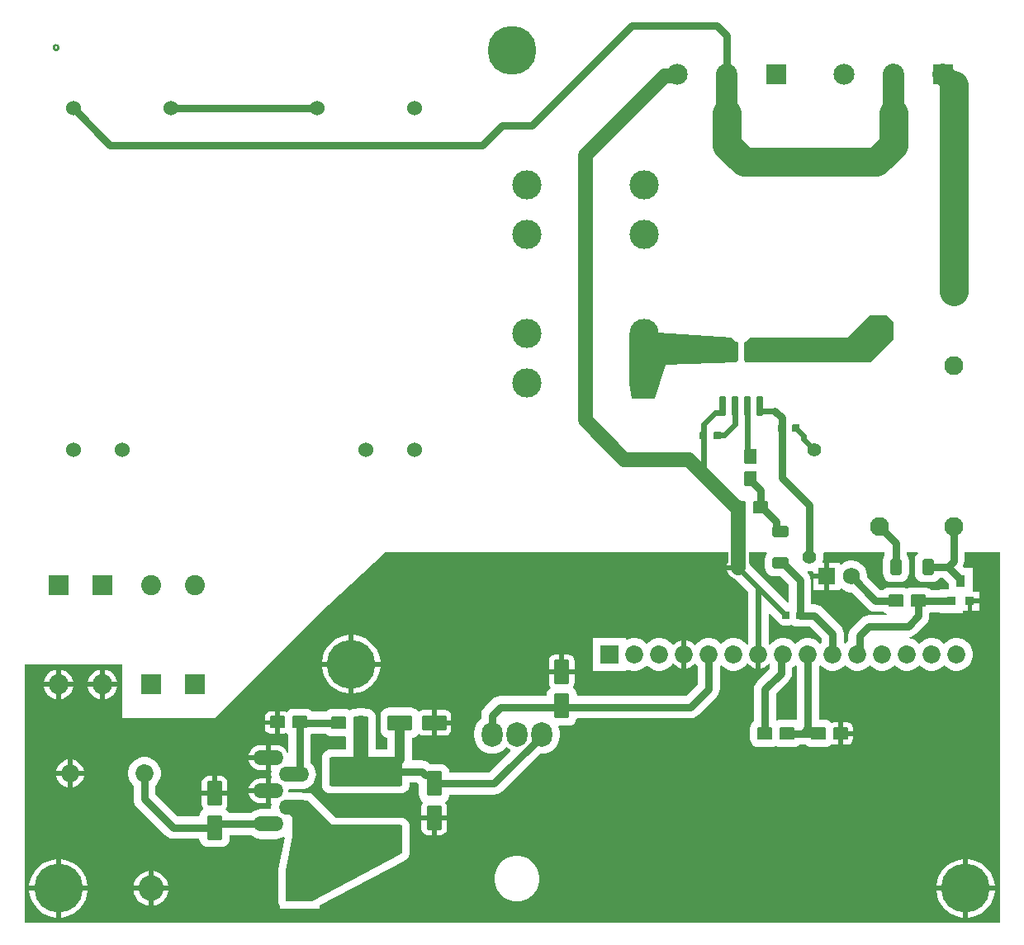
<source format=gbr>
%TF.GenerationSoftware,Altium Limited,Altium Designer,24.0.1 (36)*%
G04 Layer_Physical_Order=1*
G04 Layer_Color=255*
%FSLAX45Y45*%
%MOMM*%
%TF.SameCoordinates,95B5C6B2-F670-4A0E-B731-85317CB4A22F*%
%TF.FilePolarity,Positive*%
%TF.FileFunction,Copper,L1,Top,Signal*%
%TF.Part,Single*%
G01*
G75*
%TA.AperFunction,SMDPad,CuDef*%
G04:AMPARAMS|DCode=10|XSize=1.14mm|YSize=1.63mm|CornerRadius=0.1425mm|HoleSize=0mm|Usage=FLASHONLY|Rotation=0.000|XOffset=0mm|YOffset=0mm|HoleType=Round|Shape=RoundedRectangle|*
%AMROUNDEDRECTD10*
21,1,1.14000,1.34500,0,0,0.0*
21,1,0.85500,1.63000,0,0,0.0*
1,1,0.28500,0.42750,-0.67250*
1,1,0.28500,-0.42750,-0.67250*
1,1,0.28500,-0.42750,0.67250*
1,1,0.28500,0.42750,0.67250*
%
%ADD10ROUNDEDRECTD10*%
G04:AMPARAMS|DCode=11|XSize=1.524mm|YSize=1.27mm|CornerRadius=0.09525mm|HoleSize=0mm|Usage=FLASHONLY|Rotation=180.000|XOffset=0mm|YOffset=0mm|HoleType=Round|Shape=RoundedRectangle|*
%AMROUNDEDRECTD11*
21,1,1.52400,1.07950,0,0,180.0*
21,1,1.33350,1.27000,0,0,180.0*
1,1,0.19050,-0.66675,0.53975*
1,1,0.19050,0.66675,0.53975*
1,1,0.19050,0.66675,-0.53975*
1,1,0.19050,-0.66675,-0.53975*
%
%ADD11ROUNDEDRECTD11*%
G04:AMPARAMS|DCode=12|XSize=0.762mm|YSize=0.762mm|CornerRadius=0.0381mm|HoleSize=0mm|Usage=FLASHONLY|Rotation=180.000|XOffset=0mm|YOffset=0mm|HoleType=Round|Shape=RoundedRectangle|*
%AMROUNDEDRECTD12*
21,1,0.76200,0.68580,0,0,180.0*
21,1,0.68580,0.76200,0,0,180.0*
1,1,0.07620,-0.34290,0.34290*
1,1,0.07620,0.34290,0.34290*
1,1,0.07620,0.34290,-0.34290*
1,1,0.07620,-0.34290,-0.34290*
%
%ADD12ROUNDEDRECTD12*%
G04:AMPARAMS|DCode=13|XSize=1.524mm|YSize=1.27mm|CornerRadius=0.09525mm|HoleSize=0mm|Usage=FLASHONLY|Rotation=90.000|XOffset=0mm|YOffset=0mm|HoleType=Round|Shape=RoundedRectangle|*
%AMROUNDEDRECTD13*
21,1,1.52400,1.07950,0,0,90.0*
21,1,1.33350,1.27000,0,0,90.0*
1,1,0.19050,0.53975,0.66675*
1,1,0.19050,0.53975,-0.66675*
1,1,0.19050,-0.53975,-0.66675*
1,1,0.19050,-0.53975,0.66675*
%
%ADD13ROUNDEDRECTD13*%
%ADD14R,0.91440X1.27000*%
%ADD15R,0.91440X0.91440*%
G04:AMPARAMS|DCode=16|XSize=7.5mm|YSize=3mm|CornerRadius=0.225mm|HoleSize=0mm|Usage=FLASHONLY|Rotation=180.000|XOffset=0mm|YOffset=0mm|HoleType=Round|Shape=RoundedRectangle|*
%AMROUNDEDRECTD16*
21,1,7.50000,2.55000,0,0,180.0*
21,1,7.05000,3.00000,0,0,180.0*
1,1,0.45000,-3.52500,1.27500*
1,1,0.45000,3.52500,1.27500*
1,1,0.45000,3.52500,-1.27500*
1,1,0.45000,-3.52500,-1.27500*
%
%ADD16ROUNDEDRECTD16*%
G04:AMPARAMS|DCode=17|XSize=1.14mm|YSize=1.63mm|CornerRadius=0.1425mm|HoleSize=0mm|Usage=FLASHONLY|Rotation=90.000|XOffset=0mm|YOffset=0mm|HoleType=Round|Shape=RoundedRectangle|*
%AMROUNDEDRECTD17*
21,1,1.14000,1.34500,0,0,90.0*
21,1,0.85500,1.63000,0,0,90.0*
1,1,0.28500,0.67250,0.42750*
1,1,0.28500,0.67250,-0.42750*
1,1,0.28500,-0.67250,-0.42750*
1,1,0.28500,-0.67250,0.42750*
%
%ADD17ROUNDEDRECTD17*%
G04:AMPARAMS|DCode=18|XSize=2.5mm|YSize=1.6mm|CornerRadius=0.12mm|HoleSize=0mm|Usage=FLASHONLY|Rotation=90.000|XOffset=0mm|YOffset=0mm|HoleType=Round|Shape=RoundedRectangle|*
%AMROUNDEDRECTD18*
21,1,2.50000,1.36000,0,0,90.0*
21,1,2.26000,1.60000,0,0,90.0*
1,1,0.24000,0.68000,1.13000*
1,1,0.24000,0.68000,-1.13000*
1,1,0.24000,-0.68000,-1.13000*
1,1,0.24000,-0.68000,1.13000*
%
%ADD18ROUNDEDRECTD18*%
G04:AMPARAMS|DCode=19|XSize=2.032mm|YSize=0.6096mm|CornerRadius=0.04572mm|HoleSize=0mm|Usage=FLASHONLY|Rotation=270.000|XOffset=0mm|YOffset=0mm|HoleType=Round|Shape=RoundedRectangle|*
%AMROUNDEDRECTD19*
21,1,2.03200,0.51816,0,0,270.0*
21,1,1.94056,0.60960,0,0,270.0*
1,1,0.09144,-0.25908,-0.97028*
1,1,0.09144,-0.25908,0.97028*
1,1,0.09144,0.25908,0.97028*
1,1,0.09144,0.25908,-0.97028*
%
%ADD19ROUNDEDRECTD19*%
G04:AMPARAMS|DCode=20|XSize=2.5mm|YSize=1.6mm|CornerRadius=0.12mm|HoleSize=0mm|Usage=FLASHONLY|Rotation=0.000|XOffset=0mm|YOffset=0mm|HoleType=Round|Shape=RoundedRectangle|*
%AMROUNDEDRECTD20*
21,1,2.50000,1.36000,0,0,0.0*
21,1,2.26000,1.60000,0,0,0.0*
1,1,0.24000,1.13000,-0.68000*
1,1,0.24000,-1.13000,-0.68000*
1,1,0.24000,-1.13000,0.68000*
1,1,0.24000,1.13000,0.68000*
%
%ADD20ROUNDEDRECTD20*%
%TA.AperFunction,Conductor*%
%ADD21C,0.60000*%
%ADD22C,1.50000*%
%ADD23C,0.75000*%
%ADD24C,3.00000*%
%ADD25C,2.20000*%
%ADD26C,1.00000*%
%TA.AperFunction,NonConductor*%
%ADD27C,0.25400*%
%TA.AperFunction,ComponentPad*%
%ADD28C,1.85000*%
%ADD29R,1.85000X1.85000*%
%ADD30C,5.00000*%
%ADD31C,2.15000*%
%ADD32R,2.15000X2.15000*%
%ADD33C,3.00000*%
%ADD34C,1.52400*%
%ADD35C,1.95000*%
%ADD36O,2.15000X2.50000*%
%ADD37R,1.75001X1.75001*%
%ADD38C,1.75001*%
%ADD39R,2.05000X2.05000*%
%ADD40C,2.05000*%
%ADD41C,1.85001*%
%ADD42O,3.10000X1.55000*%
%ADD43C,2.60000*%
%ADD44R,2.60000X2.60000*%
%TA.AperFunction,ViaPad*%
%ADD45C,1.40000*%
G36*
X8910000Y6160000D02*
Y5980000D01*
X8680000Y5750000D01*
X7390000D01*
Y5950000D01*
X7390000D01*
X7440000Y6000000D01*
X8440000D01*
X8670000Y6230000D01*
X8840000D01*
X8910000Y6160000D01*
D02*
G37*
G36*
X7250000Y6000000D02*
X7300000Y5950000D01*
Y5750000D01*
X6575000Y5725000D01*
X6465384Y5375000D01*
X6225000D01*
X6200000Y5525000D01*
Y6050000D01*
X6500000D01*
X7250000Y6000000D01*
D02*
G37*
G36*
X9164931Y3787300D02*
X9156596Y3780904D01*
X9142290Y3762260D01*
X9133297Y3740549D01*
X9130230Y3717250D01*
Y3582750D01*
X9133297Y3559451D01*
X9142290Y3537740D01*
X9156596Y3519096D01*
X9175240Y3504790D01*
X9196951Y3495797D01*
X9220250Y3492730D01*
X9305750D01*
X9329049Y3495797D01*
X9350760Y3504790D01*
X9369404Y3519096D01*
X9382780Y3536529D01*
X9420779D01*
X9479280Y3478028D01*
Y3417520D01*
X9382760D01*
Y3411871D01*
X9293091D01*
X9291259Y3414259D01*
X9273602Y3427808D01*
X9253040Y3436325D01*
X9230975Y3439230D01*
X9097625D01*
X9075559Y3436325D01*
X9054998Y3427808D01*
X9050000Y3423973D01*
X9045002Y3427808D01*
X9024440Y3436325D01*
X9002375Y3439230D01*
X8869025D01*
X8846959Y3436325D01*
X8826398Y3427808D01*
X8808741Y3414259D01*
X8808136Y3413471D01*
X8774001D01*
X8639501Y3547972D01*
Y3566005D01*
X8633256Y3597400D01*
X8621006Y3626973D01*
X8603223Y3653588D01*
X8580588Y3676223D01*
X8553973Y3694006D01*
X8524400Y3706256D01*
X8493005Y3712501D01*
X8460995D01*
X8429600Y3706256D01*
X8400027Y3694006D01*
X8373412Y3676223D01*
X8372234Y3675044D01*
X8360500Y3679905D01*
Y3687500D01*
X8248000D01*
Y3550000D01*
Y3412500D01*
X8360500D01*
Y3420096D01*
X8372234Y3424956D01*
X8373412Y3423778D01*
X8400027Y3405994D01*
X8429600Y3393744D01*
X8460995Y3387499D01*
X8479029D01*
X8646764Y3219764D01*
X8670265Y3201731D01*
X8697632Y3190395D01*
X8727000Y3186529D01*
X8808136D01*
X8808741Y3185741D01*
X8826398Y3172192D01*
X8840934Y3166171D01*
X8838408Y3153471D01*
X8660000D01*
X8630631Y3149605D01*
X8603264Y3138269D01*
X8579764Y3120236D01*
X8480811Y3021284D01*
X8462779Y2997783D01*
X8451443Y2970416D01*
X8447576Y2941047D01*
Y2889695D01*
X8433225Y2880106D01*
X8413000Y2859881D01*
X8399471Y2873410D01*
Y2964000D01*
X8395604Y2993368D01*
X8384269Y3020735D01*
X8366236Y3044236D01*
X8180236Y3230236D01*
X8156735Y3248269D01*
X8129368Y3259605D01*
X8100000Y3263471D01*
X8063471D01*
Y3510500D01*
X8059605Y3539868D01*
X8048269Y3567235D01*
X8030236Y3590736D01*
X8027089Y3593883D01*
X8033932Y3605000D01*
X8069090D01*
X8075424Y3606697D01*
X8085500Y3598966D01*
Y3575000D01*
X8198000D01*
Y3687500D01*
X8194896D01*
X8186771Y3700201D01*
X8195000Y3730910D01*
Y3769090D01*
X8189417Y3789924D01*
X8197148Y3800000D01*
X8821529D01*
Y3771694D01*
X8814290Y3762260D01*
X8805297Y3740549D01*
X8802230Y3717250D01*
Y3582750D01*
X8805297Y3559451D01*
X8814290Y3537740D01*
X8828596Y3519096D01*
X8847240Y3504790D01*
X8868951Y3495797D01*
X8892250Y3492730D01*
X8977750D01*
X9001049Y3495797D01*
X9022760Y3504790D01*
X9041404Y3519096D01*
X9055710Y3537740D01*
X9064703Y3559451D01*
X9067770Y3582750D01*
Y3717250D01*
X9064703Y3740549D01*
X9055710Y3762260D01*
X9048471Y3771694D01*
Y3800000D01*
X9160620D01*
X9164931Y3787300D01*
D02*
G37*
G36*
X7615180D02*
X7604790Y3773760D01*
X7595797Y3752049D01*
X7592730Y3728750D01*
Y3643250D01*
X7595797Y3619951D01*
X7604790Y3598240D01*
X7619096Y3579596D01*
X7637740Y3565290D01*
X7659451Y3556297D01*
X7682750Y3553230D01*
X7746798D01*
X7836529Y3463499D01*
Y3290138D01*
X7824796Y3285278D01*
X7598888Y3511186D01*
X7598887Y3511187D01*
X7436284Y3673790D01*
X7433222Y3685218D01*
X7427306Y3695465D01*
Y3800000D01*
X7608916D01*
X7615180Y3787300D01*
D02*
G37*
G36*
X10000000Y0D02*
X0D01*
Y2650000D01*
X1000000D01*
Y2100000D01*
X1950000D01*
X3000000Y3150000D01*
X3700000Y3800000D01*
X7215494D01*
Y3695465D01*
X7209578Y3685218D01*
X7203866Y3663900D01*
X7321400D01*
Y3613900D01*
X7203866D01*
X7209578Y3592582D01*
X7225376Y3565219D01*
X7247718Y3542877D01*
X7275082Y3527078D01*
X7286510Y3524016D01*
X7418094Y3392432D01*
Y2852714D01*
X7405394Y2848861D01*
X7400106Y2856775D01*
X7376775Y2880106D01*
X7349341Y2898437D01*
X7318858Y2911063D01*
X7286497Y2917500D01*
X7253503D01*
X7221142Y2911063D01*
X7190659Y2898437D01*
X7163225Y2880106D01*
X7143000Y2859881D01*
X7122775Y2880106D01*
X7095341Y2898437D01*
X7064858Y2911063D01*
X7032497Y2917500D01*
X6999503D01*
X6967142Y2911063D01*
X6936659Y2898437D01*
X6909225Y2880106D01*
X6885894Y2856775D01*
X6879782Y2847627D01*
X6867143Y2846382D01*
X6849497Y2864028D01*
X6817003Y2882789D01*
X6787000Y2890828D01*
Y2750000D01*
Y2609172D01*
X6817003Y2617211D01*
X6849497Y2635972D01*
X6867143Y2653618D01*
X6879782Y2652373D01*
X6885894Y2643225D01*
X6902529Y2626590D01*
Y2443001D01*
X6782999Y2323471D01*
X5665751D01*
Y2335286D01*
X5662761Y2357997D01*
X5653994Y2379161D01*
X5640049Y2397335D01*
X5630288Y2404825D01*
X5623266Y2413857D01*
X5627692Y2422057D01*
X5636402Y2435094D01*
X5641214Y2459285D01*
Y2547286D01*
X5510000D01*
X5378786D01*
Y2459285D01*
X5383598Y2435094D01*
X5392308Y2422057D01*
X5396734Y2413857D01*
X5389711Y2404825D01*
X5379951Y2397335D01*
X5366006Y2379161D01*
X5357239Y2357997D01*
X5354249Y2335286D01*
Y2323471D01*
X4880000D01*
X4850631Y2319604D01*
X4823264Y2308269D01*
X4799764Y2290236D01*
X4715764Y2206236D01*
X4697731Y2182736D01*
X4686396Y2155369D01*
X4682529Y2126000D01*
Y2092167D01*
X4666328Y2078872D01*
X4643523Y2051083D01*
X4626576Y2019378D01*
X4616141Y1984977D01*
X4612617Y1949200D01*
Y1914200D01*
X4616141Y1878424D01*
X4626576Y1844022D01*
X4643523Y1812318D01*
X4666328Y1784529D01*
X4694118Y1761723D01*
X4725822Y1744776D01*
X4760224Y1734341D01*
X4796000Y1730817D01*
X4831776Y1734341D01*
X4866178Y1744776D01*
X4897882Y1761723D01*
X4925672Y1784529D01*
X4939381Y1801234D01*
X4962074Y1782610D01*
X4982887Y1771486D01*
X4985904Y1756543D01*
X4767832Y1538471D01*
X4355689D01*
X4352761Y1560712D01*
X4343994Y1581875D01*
X4330049Y1600049D01*
X4311875Y1613994D01*
X4290712Y1622761D01*
X4268000Y1625751D01*
X4159721D01*
X4155236Y1630236D01*
X4131735Y1648269D01*
X4104368Y1659605D01*
X4075000Y1663471D01*
X3984192D01*
X3975818Y1673019D01*
X3976079Y1675000D01*
Y1895971D01*
X3985712Y1897239D01*
X4006875Y1906006D01*
X4025049Y1919951D01*
X4032539Y1929711D01*
X4041571Y1936734D01*
X4049772Y1932308D01*
X4062808Y1923598D01*
X4087000Y1918786D01*
X4175000D01*
Y2050000D01*
Y2181214D01*
X4087000D01*
X4062808Y2176402D01*
X4049772Y2167692D01*
X4041571Y2163266D01*
X4032539Y2170289D01*
X4025049Y2180049D01*
X4006875Y2193994D01*
X3985712Y2202761D01*
X3963000Y2205751D01*
X3737000D01*
X3714288Y2202761D01*
X3693124Y2193994D01*
X3674951Y2180049D01*
X3661005Y2161875D01*
X3652239Y2140711D01*
X3649249Y2118000D01*
Y1982000D01*
X3652239Y1959288D01*
X3661005Y1938125D01*
X3674951Y1919951D01*
X3693124Y1906006D01*
X3714288Y1897239D01*
X3723921Y1895971D01*
Y1775841D01*
X3600726D01*
Y1986880D01*
X3601930Y1996025D01*
Y2103975D01*
X3599025Y2126040D01*
X3590508Y2146602D01*
X3576959Y2164259D01*
X3559302Y2177808D01*
X3538740Y2186325D01*
X3516675Y2189230D01*
X3507723D01*
X3507680Y2189252D01*
X3479405Y2197829D01*
X3450000Y2200726D01*
X3420595Y2197829D01*
X3392320Y2189252D01*
X3392277Y2189230D01*
X3383325D01*
X3361259Y2186325D01*
X3340698Y2177808D01*
X3335700Y2173973D01*
X3330702Y2177808D01*
X3310140Y2186325D01*
X3288075Y2189230D01*
X3154725D01*
X3132659Y2186325D01*
X3112098Y2177808D01*
X3094441Y2164259D01*
X3094245Y2164004D01*
X2947607D01*
X2946594Y2165324D01*
X2928937Y2178873D01*
X2908375Y2187390D01*
X2886309Y2190295D01*
X2752959D01*
X2730894Y2187390D01*
X2710332Y2178873D01*
X2692675Y2165324D01*
X2686559Y2157354D01*
X2680935Y2161112D01*
X2657709Y2165731D01*
X2616035D01*
Y2051065D01*
Y1936399D01*
X2657709D01*
X2680935Y1941019D01*
X2686559Y1944777D01*
X2692675Y1936806D01*
X2706163Y1926456D01*
Y1745739D01*
X2693463Y1743213D01*
X2688871Y1754300D01*
X2668434Y1780934D01*
X2641800Y1801371D01*
X2610784Y1814218D01*
X2577500Y1818600D01*
X2525000D01*
Y1690000D01*
Y1561400D01*
X2525037D01*
X2531291Y1552968D01*
X2532089Y1548700D01*
X2529262Y1520000D01*
X2532089Y1491300D01*
X2531290Y1487032D01*
X2525037Y1478600D01*
X2525000D01*
Y1350000D01*
Y1221400D01*
X2525037D01*
X2531290Y1212968D01*
X2532089Y1208700D01*
X2529262Y1180000D01*
X2529986Y1172648D01*
X2521457Y1163238D01*
X2422500D01*
X2392605Y1160294D01*
X2363858Y1151574D01*
X2337366Y1137413D01*
X2320377Y1123471D01*
X2097476D01*
X2093994Y1131876D01*
X2080049Y1150049D01*
X2070288Y1157539D01*
X2063266Y1166571D01*
X2067692Y1174772D01*
X2076402Y1187809D01*
X2081214Y1212000D01*
Y1300000D01*
X1950000D01*
X1818786D01*
Y1212000D01*
X1823598Y1187809D01*
X1832308Y1174772D01*
X1836734Y1166571D01*
X1829711Y1157539D01*
X1819951Y1150049D01*
X1806006Y1131876D01*
X1797239Y1110712D01*
X1794311Y1088471D01*
X1572001D01*
X1344471Y1316001D01*
Y1405804D01*
X1361106Y1422439D01*
X1379437Y1449873D01*
X1392064Y1480356D01*
X1398501Y1512717D01*
Y1545712D01*
X1392064Y1578073D01*
X1379437Y1608556D01*
X1361106Y1635990D01*
X1337776Y1659321D01*
X1310341Y1677652D01*
X1279858Y1690278D01*
X1247497Y1696715D01*
X1214503D01*
X1182142Y1690278D01*
X1151659Y1677652D01*
X1124225Y1659321D01*
X1100894Y1635990D01*
X1082563Y1608556D01*
X1069936Y1578073D01*
X1063500Y1545712D01*
Y1512717D01*
X1069936Y1480356D01*
X1082563Y1449873D01*
X1100894Y1422439D01*
X1117529Y1405804D01*
Y1269000D01*
X1121396Y1239632D01*
X1132731Y1212265D01*
X1150764Y1188764D01*
X1444764Y894764D01*
X1468265Y876731D01*
X1495632Y865396D01*
X1525000Y861529D01*
X1794311D01*
X1797239Y839288D01*
X1806006Y818125D01*
X1819951Y799951D01*
X1838125Y786006D01*
X1859288Y777239D01*
X1882000Y774249D01*
X2018000D01*
X2040711Y777239D01*
X2061875Y786006D01*
X2080049Y799951D01*
X2093994Y818125D01*
X2102761Y839288D01*
X2105751Y862000D01*
Y896529D01*
X2320377D01*
X2337366Y882587D01*
X2363858Y868427D01*
X2392605Y859706D01*
X2422500Y856762D01*
X2577500D01*
X2607395Y859706D01*
X2636142Y868427D01*
X2656109Y879099D01*
X2667458Y870765D01*
X2605670Y544057D01*
X2605274Y537002D01*
X2604353Y530000D01*
Y220000D01*
X2606930Y200421D01*
X2614488Y182176D01*
X2616714Y179274D01*
Y145000D01*
X2675084D01*
X2680000Y144353D01*
X2950000D01*
X2954916Y145000D01*
X3026715D01*
Y174939D01*
X3895293Y633090D01*
X3896480Y633931D01*
X3897824Y634488D01*
X3901371Y637210D01*
X3901671Y637334D01*
X3906311Y640894D01*
X3911408Y644505D01*
X3912095Y645333D01*
X3922038Y652962D01*
X3937666Y673330D01*
X3947490Y697048D01*
X3950841Y722500D01*
Y977500D01*
X3947490Y1002953D01*
X3937666Y1026671D01*
X3922038Y1047038D01*
X3901671Y1062666D01*
X3901371Y1062790D01*
X3897824Y1065512D01*
X3879579Y1073070D01*
X3860000Y1075647D01*
X3853974D01*
X3852500Y1075841D01*
X3191140D01*
X2963491Y1303491D01*
X2947824Y1315513D01*
X2929579Y1323070D01*
X2910000Y1325647D01*
X2882713D01*
X2867395Y1330294D01*
X2837500Y1333238D01*
X2713524D01*
X2705150Y1342787D01*
X2706100Y1350000D01*
X2705150Y1357213D01*
X2713524Y1366762D01*
X2837500D01*
X2867395Y1369706D01*
X2896142Y1378427D01*
X2922634Y1392587D01*
X2945856Y1411644D01*
X2964913Y1434866D01*
X2979074Y1461358D01*
X2987794Y1490105D01*
X2990738Y1520000D01*
X2987794Y1549895D01*
X2979074Y1578642D01*
X2964913Y1605134D01*
X2945856Y1628356D01*
X2933105Y1638819D01*
Y1926456D01*
X2946594Y1936806D01*
X2946790Y1937062D01*
X3093427D01*
X3094441Y1935741D01*
X3112098Y1922192D01*
X3132659Y1913675D01*
X3154725Y1910770D01*
X3288075D01*
X3289726Y1910988D01*
X3299274Y1902614D01*
Y1775841D01*
X3147500D01*
X3122048Y1772490D01*
X3098330Y1762666D01*
X3077962Y1747038D01*
X3062334Y1726671D01*
X3052510Y1702952D01*
X3049159Y1677500D01*
Y1422500D01*
X3052510Y1397047D01*
X3062334Y1373329D01*
X3077962Y1352962D01*
X3098330Y1337334D01*
X3122048Y1327510D01*
X3147500Y1324159D01*
X3852500D01*
X3877953Y1327510D01*
X3901671Y1337334D01*
X3922038Y1352962D01*
X3937666Y1373329D01*
X3947490Y1397047D01*
X3950841Y1422500D01*
Y1436529D01*
X4027999D01*
X4032264Y1432264D01*
X4044249Y1423067D01*
Y1312000D01*
X4047239Y1289288D01*
X4056006Y1268124D01*
X4069951Y1249951D01*
X4079711Y1242461D01*
X4086734Y1233429D01*
X4082308Y1225228D01*
X4073598Y1212191D01*
X4068786Y1188000D01*
Y1100000D01*
X4200000D01*
X4331214D01*
Y1188000D01*
X4326402Y1212191D01*
X4317692Y1225228D01*
X4313266Y1233429D01*
X4320289Y1242461D01*
X4330049Y1249951D01*
X4343994Y1268124D01*
X4352761Y1289288D01*
X4355689Y1311529D01*
X4814834D01*
X4844202Y1315395D01*
X4871569Y1326731D01*
X4895070Y1344764D01*
X5283143Y1732837D01*
X5304000Y1730783D01*
X5339776Y1734307D01*
X5374178Y1744742D01*
X5405882Y1761689D01*
X5433672Y1784495D01*
X5456478Y1812284D01*
X5473424Y1843988D01*
X5483859Y1878390D01*
X5487383Y1914166D01*
Y1949166D01*
X5483859Y1984943D01*
X5476612Y2008834D01*
X5486031Y2021535D01*
X5578000D01*
X5600711Y2024525D01*
X5621875Y2033291D01*
X5640049Y2047236D01*
X5653994Y2065410D01*
X5662761Y2086574D01*
X5664071Y2096529D01*
X6830000D01*
X6859368Y2100395D01*
X6886735Y2111731D01*
X6910236Y2129764D01*
X7096236Y2315764D01*
X7114269Y2339265D01*
X7125604Y2366632D01*
X7129471Y2396000D01*
Y2626590D01*
X7143000Y2640119D01*
X7163225Y2619894D01*
X7190659Y2601564D01*
X7221142Y2588937D01*
X7253503Y2582500D01*
X7286497D01*
X7318858Y2588937D01*
X7349341Y2601564D01*
X7376775Y2619894D01*
X7400106Y2643225D01*
X7406218Y2652373D01*
X7418857Y2653618D01*
X7436503Y2635972D01*
X7468997Y2617211D01*
X7499000Y2609172D01*
Y2750000D01*
X7549000D01*
Y2609172D01*
X7579003Y2617211D01*
X7611497Y2635972D01*
X7629143Y2653618D01*
X7641782Y2652373D01*
X7643482Y2649829D01*
Y2603954D01*
X7511164Y2471636D01*
X7493131Y2448136D01*
X7481796Y2420769D01*
X7477929Y2391400D01*
Y2064609D01*
X7464441Y2054259D01*
X7450892Y2036602D01*
X7442376Y2016040D01*
X7439471Y1993975D01*
Y1886025D01*
X7442376Y1863959D01*
X7450892Y1843398D01*
X7464441Y1825741D01*
X7482098Y1812192D01*
X7502660Y1803675D01*
X7524725Y1800770D01*
X7658075D01*
X7680141Y1803675D01*
X7700702Y1812192D01*
X7705700Y1816027D01*
X7710698Y1812192D01*
X7731260Y1803675D01*
X7753325Y1800770D01*
X7886675D01*
X7908741Y1803675D01*
X7929302Y1812192D01*
X7946959Y1825741D01*
X7947564Y1826529D01*
X8012436D01*
X8013041Y1825741D01*
X8030698Y1812192D01*
X8051259Y1803675D01*
X8073325Y1800770D01*
X8206675D01*
X8228740Y1803675D01*
X8249302Y1812192D01*
X8266959Y1825741D01*
X8273075Y1833712D01*
X8278699Y1829954D01*
X8301925Y1825334D01*
X8343600D01*
Y1940000D01*
Y2054666D01*
X8301925D01*
X8278699Y2050046D01*
X8273075Y2046288D01*
X8266959Y2054259D01*
X8249302Y2067808D01*
X8228740Y2076325D01*
X8206675Y2079230D01*
X8145471D01*
Y2626590D01*
X8159000Y2640119D01*
X8179225Y2619894D01*
X8206659Y2601564D01*
X8237142Y2588937D01*
X8269503Y2582500D01*
X8302497D01*
X8334858Y2588937D01*
X8365341Y2601564D01*
X8392775Y2619894D01*
X8413000Y2640119D01*
X8433225Y2619894D01*
X8460659Y2601564D01*
X8491142Y2588937D01*
X8523503Y2582500D01*
X8556497D01*
X8588858Y2588937D01*
X8619341Y2601564D01*
X8646775Y2619894D01*
X8667000Y2640119D01*
X8687225Y2619894D01*
X8714659Y2601564D01*
X8745142Y2588937D01*
X8777503Y2582500D01*
X8810497D01*
X8842858Y2588937D01*
X8873341Y2601564D01*
X8900775Y2619894D01*
X8921000Y2640119D01*
X8941225Y2619894D01*
X8968659Y2601564D01*
X8999142Y2588937D01*
X9031503Y2582500D01*
X9064497D01*
X9096858Y2588937D01*
X9127341Y2601564D01*
X9154775Y2619894D01*
X9175000Y2640119D01*
X9195225Y2619894D01*
X9222659Y2601564D01*
X9253142Y2588937D01*
X9285503Y2582500D01*
X9318497D01*
X9350858Y2588937D01*
X9381341Y2601564D01*
X9408775Y2619894D01*
X9429000Y2640119D01*
X9449225Y2619894D01*
X9476659Y2601564D01*
X9507142Y2588937D01*
X9539503Y2582500D01*
X9572497D01*
X9604858Y2588937D01*
X9635341Y2601564D01*
X9662775Y2619894D01*
X9686106Y2643225D01*
X9704437Y2670659D01*
X9717063Y2701142D01*
X9723500Y2733503D01*
Y2766497D01*
X9717063Y2798858D01*
X9704437Y2829341D01*
X9686106Y2856775D01*
X9662775Y2880106D01*
X9635341Y2898437D01*
X9604858Y2911063D01*
X9572497Y2917500D01*
X9539503D01*
X9507142Y2911063D01*
X9476659Y2898437D01*
X9449225Y2880106D01*
X9429000Y2859881D01*
X9408775Y2880106D01*
X9381341Y2898437D01*
X9350858Y2911063D01*
X9318497Y2917500D01*
X9285503D01*
X9253142Y2911063D01*
X9222659Y2898437D01*
X9195225Y2880106D01*
X9175000Y2859881D01*
X9154775Y2880106D01*
X9127341Y2898437D01*
X9096858Y2911063D01*
X9074143Y2915581D01*
X9074565Y2928447D01*
X9089369Y2930395D01*
X9116736Y2941731D01*
X9140236Y2959764D01*
X9244536Y3064064D01*
X9262569Y3087564D01*
X9273904Y3114931D01*
X9277771Y3144300D01*
Y3175391D01*
X9290201Y3184929D01*
X9382760D01*
Y3176080D01*
X9624200D01*
Y3201080D01*
X9668980D01*
Y3296800D01*
X9693980D01*
Y3321800D01*
X9789700D01*
Y3392520D01*
X9720720D01*
Y3638500D01*
X9639752D01*
X9624587Y3653666D01*
X9634605Y3677851D01*
X9638471Y3707220D01*
Y3800000D01*
X10000000D01*
Y0D01*
D02*
G37*
G36*
X7735413Y3075113D02*
X7757347Y3058283D01*
X7782889Y3047703D01*
X7810300Y3044094D01*
X7837711Y3047703D01*
X7861849Y3057701D01*
X7875965Y3046870D01*
X7895137Y3038929D01*
X7915710Y3036220D01*
X7984290D01*
X7986638Y3036529D01*
X8052999D01*
X8172529Y2916999D01*
Y2873410D01*
X8159000Y2859881D01*
X8138775Y2880106D01*
X8111341Y2898437D01*
X8080858Y2911063D01*
X8048497Y2917500D01*
X8015503D01*
X7983142Y2911063D01*
X7952659Y2898437D01*
X7925225Y2880106D01*
X7905000Y2859881D01*
X7884775Y2880106D01*
X7857341Y2898437D01*
X7826858Y2911063D01*
X7794497Y2917500D01*
X7761503D01*
X7729142Y2911063D01*
X7698659Y2898437D01*
X7671225Y2880106D01*
X7647894Y2856775D01*
X7642606Y2848861D01*
X7629906Y2852714D01*
Y3164027D01*
X7641639Y3168887D01*
X7735413Y3075113D01*
D02*
G37*
G36*
X7918529Y2626590D02*
Y2084222D01*
X7905829Y2076708D01*
X7886675Y2079230D01*
X7753325D01*
X7731260Y2076325D01*
X7717571Y2070655D01*
X7704871Y2078574D01*
Y2344399D01*
X7837189Y2476716D01*
X7855221Y2500217D01*
X7866557Y2527584D01*
X7870423Y2556952D01*
Y2610305D01*
X7884775Y2619894D01*
X7905000Y2640119D01*
X7918529Y2626590D01*
D02*
G37*
G36*
X3160000Y1000000D02*
X3860000D01*
Y700000D01*
X2950000Y220000D01*
X2680000D01*
Y530000D01*
X2748035Y889738D01*
Y1080000D01*
X2720000Y1100000D01*
X2700000Y1250000D01*
X2910000D01*
X3160000Y1000000D01*
D02*
G37*
%LPC*%
G36*
X8198000Y3525000D02*
X8085500D01*
Y3412500D01*
X8198000D01*
Y3525000D01*
D02*
G37*
G36*
X9789700Y3271800D02*
X9718980D01*
Y3201080D01*
X9789700D01*
Y3271800D01*
D02*
G37*
G36*
X6524497Y2917500D02*
X6491503D01*
X6459142Y2911063D01*
X6428659Y2898437D01*
X6401225Y2880106D01*
X6381000Y2859881D01*
X6360775Y2880106D01*
X6333341Y2898437D01*
X6302858Y2911063D01*
X6270497Y2917500D01*
X6237503D01*
X6205142Y2911063D01*
X6180200Y2900732D01*
X6167500Y2907871D01*
Y2917500D01*
X5832500D01*
Y2582500D01*
X6167500D01*
Y2592129D01*
X6180200Y2599268D01*
X6205142Y2588937D01*
X6237503Y2582500D01*
X6270497D01*
X6302858Y2588937D01*
X6333341Y2601564D01*
X6360775Y2619894D01*
X6381000Y2640119D01*
X6401225Y2619894D01*
X6428659Y2601564D01*
X6459142Y2588937D01*
X6491503Y2582500D01*
X6524497D01*
X6556858Y2588937D01*
X6587341Y2601564D01*
X6614775Y2619894D01*
X6638106Y2643225D01*
X6644218Y2652373D01*
X6656857Y2653618D01*
X6674503Y2635972D01*
X6706997Y2617211D01*
X6737000Y2609172D01*
Y2750000D01*
Y2890828D01*
X6706997Y2882789D01*
X6674503Y2864028D01*
X6656857Y2846382D01*
X6644218Y2847627D01*
X6638106Y2856775D01*
X6614775Y2880106D01*
X6587341Y2898437D01*
X6556858Y2911063D01*
X6524497Y2917500D01*
D02*
G37*
G36*
X3375000Y2949780D02*
Y2675000D01*
X3649780D01*
X3642613Y2720250D01*
X3628021Y2765160D01*
X3606583Y2807234D01*
X3578827Y2845437D01*
X3545437Y2878827D01*
X3507234Y2906583D01*
X3465160Y2928021D01*
X3420250Y2942613D01*
X3375000Y2949780D01*
D02*
G37*
G36*
X3325000D02*
X3279750Y2942613D01*
X3234840Y2928021D01*
X3192766Y2906583D01*
X3154563Y2878827D01*
X3121173Y2845437D01*
X3093417Y2807234D01*
X3071979Y2765160D01*
X3057387Y2720250D01*
X3050220Y2675000D01*
X3325000D01*
Y2949780D01*
D02*
G37*
G36*
X5578000Y2748500D02*
X5535000D01*
Y2597286D01*
X5641214D01*
Y2685285D01*
X5636402Y2709477D01*
X5622699Y2729985D01*
X5602191Y2743688D01*
X5578000Y2748500D01*
D02*
G37*
G36*
X5485000D02*
X5442000D01*
X5417809Y2743688D01*
X5397301Y2729985D01*
X5383598Y2709477D01*
X5378786Y2685285D01*
Y2597286D01*
X5485000D01*
Y2748500D01*
D02*
G37*
G36*
X825000Y2592515D02*
Y2467000D01*
X950515D01*
X946639Y2486482D01*
X935143Y2514236D01*
X918454Y2539213D01*
X897213Y2560454D01*
X872236Y2577143D01*
X844482Y2588639D01*
X825000Y2592515D01*
D02*
G37*
G36*
X375000D02*
Y2467000D01*
X500515D01*
X496639Y2486482D01*
X485144Y2514236D01*
X468454Y2539213D01*
X447213Y2560454D01*
X422236Y2577143D01*
X394483Y2588639D01*
X375000Y2592515D01*
D02*
G37*
G36*
X775000Y2592514D02*
X755517Y2588639D01*
X727764Y2577143D01*
X702787Y2560454D01*
X681546Y2539213D01*
X664856Y2514236D01*
X653361Y2486482D01*
X649485Y2467000D01*
X775000D01*
Y2592514D01*
D02*
G37*
G36*
X325000D02*
X305518Y2588639D01*
X277764Y2577143D01*
X252787Y2560454D01*
X231546Y2539213D01*
X214857Y2514236D01*
X203361Y2486482D01*
X199485Y2467000D01*
X325000D01*
Y2592514D01*
D02*
G37*
G36*
X3649780Y2625000D02*
X3375000D01*
Y2350220D01*
X3420250Y2357387D01*
X3465160Y2371979D01*
X3507234Y2393417D01*
X3545437Y2421173D01*
X3578827Y2454563D01*
X3606583Y2492766D01*
X3628021Y2534840D01*
X3642613Y2579750D01*
X3649780Y2625000D01*
D02*
G37*
G36*
X3325000D02*
X3050220D01*
X3057387Y2579750D01*
X3071979Y2534840D01*
X3093417Y2492766D01*
X3121173Y2454563D01*
X3154563Y2421173D01*
X3192766Y2393417D01*
X3234840Y2371979D01*
X3279750Y2357387D01*
X3325000Y2350220D01*
Y2625000D01*
D02*
G37*
G36*
X775000Y2417000D02*
X649485D01*
X653361Y2397517D01*
X664856Y2369764D01*
X681546Y2344787D01*
X702787Y2323546D01*
X727764Y2306856D01*
X755517Y2295361D01*
X775000Y2291485D01*
Y2417000D01*
D02*
G37*
G36*
X325000D02*
X199486D01*
X203361Y2397517D01*
X214857Y2369764D01*
X231546Y2344787D01*
X252787Y2323546D01*
X277764Y2306856D01*
X305518Y2295361D01*
X325000Y2291485D01*
Y2417000D01*
D02*
G37*
G36*
X950514D02*
X825000D01*
Y2291485D01*
X844482Y2295361D01*
X872236Y2306856D01*
X897213Y2323546D01*
X918454Y2344787D01*
X935143Y2369764D01*
X946639Y2397517D01*
X950514Y2417000D01*
D02*
G37*
G36*
X500515D02*
X375000D01*
Y2291485D01*
X394483Y2295361D01*
X422236Y2306856D01*
X447213Y2323546D01*
X468454Y2344787D01*
X485144Y2369764D01*
X496639Y2397517D01*
X500515Y2417000D01*
D02*
G37*
G36*
X2566035Y2165731D02*
X2524359D01*
X2501134Y2161112D01*
X2481444Y2147955D01*
X2468288Y2128266D01*
X2463668Y2105040D01*
Y2076065D01*
X2566035D01*
Y2165731D01*
D02*
G37*
G36*
X4313000Y2181214D02*
X4225000D01*
Y2075000D01*
X4376214D01*
Y2118000D01*
X4371402Y2142191D01*
X4357699Y2162699D01*
X4337191Y2176402D01*
X4313000Y2181214D01*
D02*
G37*
G36*
X8435275Y2054666D02*
X8393600D01*
Y1965000D01*
X8495966D01*
Y1993975D01*
X8491346Y2017200D01*
X8478190Y2036890D01*
X8458500Y2050046D01*
X8435275Y2054666D01*
D02*
G37*
G36*
X2566035Y2026065D02*
X2463668D01*
Y1997090D01*
X2468288Y1973865D01*
X2481444Y1954175D01*
X2501134Y1941019D01*
X2524359Y1936399D01*
X2566035D01*
Y2026065D01*
D02*
G37*
G36*
X4376214Y2025000D02*
X4225000D01*
Y1918786D01*
X4313000D01*
X4337191Y1923598D01*
X4357699Y1937301D01*
X4371402Y1957809D01*
X4376214Y1982000D01*
Y2025000D01*
D02*
G37*
G36*
X8495966Y1915000D02*
X8393600D01*
Y1825334D01*
X8435275D01*
X8458500Y1829954D01*
X8478190Y1843110D01*
X8491346Y1862799D01*
X8495966Y1886025D01*
Y1915000D01*
D02*
G37*
G36*
X2475000Y1818600D02*
X2422500D01*
X2389216Y1814218D01*
X2358200Y1801371D01*
X2331566Y1780934D01*
X2311129Y1754300D01*
X2298282Y1723284D01*
X2297191Y1715000D01*
X2475000D01*
Y1818600D01*
D02*
G37*
G36*
Y1665000D02*
X2297191D01*
X2298282Y1656716D01*
X2311129Y1625700D01*
X2331566Y1599066D01*
X2358200Y1578629D01*
X2389216Y1565782D01*
X2422500Y1561400D01*
X2475000D01*
Y1665000D01*
D02*
G37*
G36*
X494000Y1670043D02*
Y1554215D01*
X609829D01*
X601789Y1584218D01*
X583029Y1616712D01*
X556497Y1643243D01*
X524003Y1662004D01*
X494000Y1670043D01*
D02*
G37*
G36*
X444000D02*
X413997Y1662004D01*
X381503Y1643243D01*
X354971Y1616712D01*
X336211Y1584218D01*
X328172Y1554215D01*
X444000D01*
Y1670043D01*
D02*
G37*
G36*
X609829Y1504215D02*
X494000D01*
Y1388386D01*
X524003Y1396425D01*
X556497Y1415186D01*
X583029Y1441717D01*
X601789Y1474211D01*
X609829Y1504215D01*
D02*
G37*
G36*
X444000D02*
X328172D01*
X336211Y1474211D01*
X354971Y1441717D01*
X381503Y1415186D01*
X413997Y1396425D01*
X444000Y1388386D01*
Y1504215D01*
D02*
G37*
G36*
X2475000Y1478600D02*
X2422500D01*
X2389216Y1474218D01*
X2358200Y1461371D01*
X2331566Y1440934D01*
X2311129Y1414300D01*
X2298282Y1383284D01*
X2297191Y1375000D01*
X2475000D01*
Y1478600D01*
D02*
G37*
G36*
X2018000Y1501214D02*
X1975000D01*
Y1350000D01*
X2081214D01*
Y1438000D01*
X2076402Y1462191D01*
X2062699Y1482699D01*
X2042191Y1496402D01*
X2018000Y1501214D01*
D02*
G37*
G36*
X1925000D02*
X1882000D01*
X1857809Y1496402D01*
X1837301Y1482699D01*
X1823598Y1462191D01*
X1818786Y1438000D01*
Y1350000D01*
X1925000D01*
Y1501214D01*
D02*
G37*
G36*
X2475000Y1325000D02*
X2297191D01*
X2298282Y1316716D01*
X2311129Y1285700D01*
X2331566Y1259066D01*
X2358200Y1238629D01*
X2389216Y1225782D01*
X2422500Y1221400D01*
X2475000D01*
Y1325000D01*
D02*
G37*
G36*
X4331214Y1050000D02*
X4225000D01*
Y898786D01*
X4268000D01*
X4292191Y903598D01*
X4312699Y917301D01*
X4326402Y937809D01*
X4331214Y962000D01*
Y1050000D01*
D02*
G37*
G36*
X4175000D02*
X4068786D01*
Y962000D01*
X4073598Y937809D01*
X4087301Y917301D01*
X4107809Y903598D01*
X4132000Y898786D01*
X4175000D01*
Y1050000D01*
D02*
G37*
G36*
X9675000Y649780D02*
Y375000D01*
X9949780D01*
X9942613Y420250D01*
X9928021Y465160D01*
X9906583Y507234D01*
X9878827Y545437D01*
X9845436Y578827D01*
X9807234Y606583D01*
X9765160Y628021D01*
X9720250Y642613D01*
X9675000Y649780D01*
D02*
G37*
G36*
X9625000D02*
X9579750Y642613D01*
X9534840Y628021D01*
X9492766Y606583D01*
X9454563Y578827D01*
X9421173Y545437D01*
X9393417Y507234D01*
X9371979Y465160D01*
X9357387Y420250D01*
X9350220Y375000D01*
X9625000D01*
Y649780D01*
D02*
G37*
G36*
X1322714Y528554D02*
Y375000D01*
X1476268D01*
X1470797Y402504D01*
X1457228Y435262D01*
X1437530Y464743D01*
X1412458Y489815D01*
X1382976Y509514D01*
X1350219Y523083D01*
X1322714Y528554D01*
D02*
G37*
G36*
X1272714D02*
X1245210Y523083D01*
X1212452Y509514D01*
X1182971Y489815D01*
X1157899Y464743D01*
X1138201Y435262D01*
X1124632Y402504D01*
X1119161Y375000D01*
X1272714D01*
Y528554D01*
D02*
G37*
G36*
X375000Y649780D02*
Y375000D01*
X649780D01*
X642613Y420250D01*
X628021Y465160D01*
X606583Y507234D01*
X578827Y545437D01*
X545437Y578827D01*
X507234Y606583D01*
X465160Y628021D01*
X420250Y642613D01*
X375000Y649780D01*
D02*
G37*
G36*
X325000D02*
X279750Y642613D01*
X234840Y628021D01*
X192766Y606583D01*
X154563Y578827D01*
X121173Y545437D01*
X93417Y507234D01*
X71979Y465160D01*
X57387Y420250D01*
X50220Y375000D01*
X325000D01*
Y649780D01*
D02*
G37*
G36*
X5072899Y682500D02*
X5027101D01*
X4982182Y673565D01*
X4939870Y656039D01*
X4901790Y630595D01*
X4869406Y598210D01*
X4843961Y560130D01*
X4826435Y517818D01*
X4817500Y472899D01*
Y427101D01*
X4826435Y382182D01*
X4843961Y339870D01*
X4869406Y301790D01*
X4901790Y269406D01*
X4939870Y243961D01*
X4982182Y226435D01*
X5027101Y217500D01*
X5072899D01*
X5117818Y226435D01*
X5160130Y243961D01*
X5198210Y269406D01*
X5230595Y301790D01*
X5256039Y339870D01*
X5273565Y382182D01*
X5282500Y427101D01*
Y472899D01*
X5273565Y517818D01*
X5256039Y560130D01*
X5230595Y598210D01*
X5198210Y630595D01*
X5160130Y656039D01*
X5117818Y673565D01*
X5072899Y682500D01*
D02*
G37*
G36*
X1476268Y325000D02*
X1322714D01*
Y171446D01*
X1350219Y176917D01*
X1382976Y190486D01*
X1412458Y210185D01*
X1437530Y235257D01*
X1457228Y264738D01*
X1470797Y297496D01*
X1476268Y325000D01*
D02*
G37*
G36*
X1272714D02*
X1119161D01*
X1124632Y297496D01*
X1138201Y264738D01*
X1157899Y235257D01*
X1182971Y210185D01*
X1212452Y190486D01*
X1245210Y176917D01*
X1272714Y171446D01*
Y325000D01*
D02*
G37*
G36*
X9949780D02*
X9675000D01*
Y50220D01*
X9720250Y57387D01*
X9765160Y71979D01*
X9807234Y93417D01*
X9845436Y121173D01*
X9878827Y154563D01*
X9906583Y192766D01*
X9928021Y234840D01*
X9942613Y279750D01*
X9949780Y325000D01*
D02*
G37*
G36*
X9625000D02*
X9350220D01*
X9357387Y279750D01*
X9371979Y234840D01*
X9393417Y192766D01*
X9421173Y154563D01*
X9454563Y121173D01*
X9492766Y93417D01*
X9534840Y71979D01*
X9579750Y57387D01*
X9625000Y50220D01*
Y325000D01*
D02*
G37*
G36*
X649780D02*
X375000D01*
Y50220D01*
X420250Y57387D01*
X465160Y71979D01*
X507234Y93417D01*
X545437Y121173D01*
X578827Y154563D01*
X606583Y192766D01*
X628021Y234840D01*
X642613Y279750D01*
X649780Y325000D01*
D02*
G37*
G36*
X325000D02*
X50220D01*
X57387Y279750D01*
X71979Y234840D01*
X93417Y192766D01*
X121173Y154563D01*
X154563Y121173D01*
X192766Y93417D01*
X234840Y71979D01*
X279750Y57387D01*
X325000Y50220D01*
Y325000D01*
D02*
G37*
%LPD*%
D10*
X8935000Y3650000D02*
D03*
X9263000D02*
D03*
D11*
X7820000Y1940000D02*
D03*
X7591400D02*
D03*
X8368600D02*
D03*
X8140000D02*
D03*
X7550000Y4253465D02*
D03*
X7321400D02*
D03*
X3450000Y2050000D02*
D03*
X3221400D02*
D03*
X2819634Y2051065D02*
D03*
X2591034D02*
D03*
X8935700Y3300000D02*
D03*
X9164300D02*
D03*
D12*
X7950000Y3150000D02*
D03*
X7810300D02*
D03*
X7104600Y4996866D02*
D03*
X6964900D02*
D03*
X7770300Y5070000D02*
D03*
X7910000D02*
D03*
D13*
X7450000Y4550671D02*
D03*
Y4779271D02*
D03*
D14*
X9600000Y3500000D02*
D03*
D15*
X9693980Y3296800D02*
D03*
X9503480D02*
D03*
D16*
X3500000Y1550000D02*
D03*
Y850000D02*
D03*
D17*
X7750000Y3686000D02*
D03*
Y4014000D02*
D03*
D18*
X5510000Y2572285D02*
D03*
Y2222286D02*
D03*
X4200000Y1075000D02*
D03*
Y1425000D02*
D03*
X1950000Y1325000D02*
D03*
Y975000D02*
D03*
D19*
X7536400Y5860466D02*
D03*
X7409400D02*
D03*
X7282400D02*
D03*
X7155400D02*
D03*
Y5301666D02*
D03*
X7282400D02*
D03*
X7409400D02*
D03*
X7536400D02*
D03*
D20*
X4200000Y2050000D02*
D03*
X3850000D02*
D03*
D21*
X6964900Y4600000D02*
Y4996866D01*
X7524000Y3436300D02*
X7810300Y3150000D01*
X7321400Y3638900D02*
X7524000Y3436300D01*
Y2750000D02*
Y3436300D01*
X7910000Y5070000D02*
X7986863Y4993137D01*
Y4963137D02*
Y4993137D01*
Y4963137D02*
X8100000Y4850000D01*
X7083800Y5230065D02*
X7154920D01*
X7155400Y5230546D02*
Y5301666D01*
X6964900Y4996866D02*
Y5111166D01*
X7083800Y5230065D01*
X7154920D02*
X7155400Y5230546D01*
X7312165Y4250000D02*
X7317934D01*
X7321400Y4253465D01*
X7104600Y4996866D02*
X7112700Y5004966D01*
X7174966D01*
X7282400Y5112400D01*
Y5301666D01*
X7409400Y4832571D02*
X7450000Y4791971D01*
X7409400Y4832571D02*
Y5301666D01*
X7450000Y4779271D02*
Y4791971D01*
X7536400Y5253600D02*
X7543420Y5246580D01*
X7536400Y5253600D02*
Y5301666D01*
X7543420Y5246580D02*
X7693420D01*
D22*
X6812165Y4750000D02*
X6956083Y4606083D01*
X5750000Y5150000D02*
X6150000Y4750000D01*
X6812165D01*
X5750000Y5150000D02*
Y7875000D01*
X6562563Y8687563D01*
X6679563D02*
X6692000Y8700000D01*
X6562563Y8687563D02*
X6679563D01*
X7321400Y3638900D02*
Y4253465D01*
X6964900Y4597265D02*
X7312165Y4250000D01*
X3450000Y1600000D02*
Y2050000D01*
D23*
X880000Y7970000D02*
X4695000D01*
X5200000Y8175000D02*
X6225000Y9200000D01*
X4695000Y7970000D02*
X4900000Y8175000D01*
X5200000D01*
X6225000Y9200000D02*
X7100000D01*
X8050000Y3750000D02*
Y4278644D01*
X7770300Y4558344D02*
X8050000Y4278644D01*
X7770300Y4558344D02*
Y5070000D01*
X7562700Y4253465D02*
X7706000Y4110165D01*
Y4033500D02*
Y4110165D01*
X7200000Y8700000D02*
Y9100000D01*
X7100000Y9200000D02*
X7200000Y9100000D01*
X1231000Y1269000D02*
X1525000Y975000D01*
X1950000D01*
X1231000Y1269000D02*
Y1529215D01*
X7764400Y5070000D02*
Y5175600D01*
X9263000Y3669500D02*
X9282500Y3650000D01*
X9467780D01*
X9263000Y3669500D02*
Y3674500D01*
X9525000Y3707220D02*
Y4064000D01*
X9467780Y3650000D02*
X9525000Y3707220D01*
X9600000Y3500000D02*
Y3517780D01*
X9467780Y3650000D02*
X9600000Y3517780D01*
X4880000Y2210000D02*
X6830000D01*
X4796000Y1931700D02*
Y2126000D01*
X4880000Y2210000D01*
X6830000D02*
X7016000Y2396000D01*
Y2750000D01*
X4814834Y1425000D02*
X5304000Y1914166D01*
X3725000Y1550000D02*
X3850000Y1675000D01*
X3450000Y1600000D02*
X3500000Y1550000D01*
X4200000Y1425000D02*
X4814834D01*
X7591400Y2391400D02*
X7756952Y2556952D01*
Y2728953D01*
X7778000Y2750000D01*
X8032000Y1992000D02*
Y2750000D01*
X7591400Y1940000D02*
Y2391400D01*
X8477000Y3550000D02*
X8727000Y3300000D01*
X8935700D01*
X8540000Y2750000D02*
X8561047Y2771048D01*
Y2941047D01*
X8660000Y3040000D01*
X9060000D01*
X9164300Y3144300D01*
Y3300000D01*
X5304000Y1914166D02*
Y1931666D01*
X3725000Y1550000D02*
X4075000D01*
X4112500Y1512500D01*
X4157500D02*
X4200000Y1470000D01*
X4112500Y1512500D02*
X4157500D01*
X3500000Y1550000D02*
X3725000D01*
X4200000Y1425000D02*
Y1470000D01*
X2820167Y2050533D02*
X3220867D01*
X3221400Y2050000D01*
X2819634Y2051065D02*
X2820167Y2050533D01*
X2819634Y1556955D02*
Y2051065D01*
X2782679Y1520000D02*
X2819634Y1556955D01*
X2760000Y1520000D02*
X2782679D01*
X1950000Y975000D02*
X1985000Y1010000D01*
X2500000D01*
X8100000Y3150000D02*
X8286000Y2964000D01*
Y2750000D02*
Y2964000D01*
X7950000Y3150000D02*
X8100000D01*
X7693420Y5246580D02*
X7764400Y5175600D01*
X7450000Y4537971D02*
X7550000Y4437971D01*
Y4253465D02*
Y4437971D01*
X7450000Y4537971D02*
Y4550671D01*
X7550000Y4253465D02*
X7562700D01*
X7706000Y4033500D02*
X7725500Y4014000D01*
X7750000D01*
X7950000Y3150000D02*
Y3510500D01*
X7774500Y3686000D02*
X7950000Y3510500D01*
X7750000Y3686000D02*
X7774500D01*
X7980000Y1940000D02*
X8140000D01*
X7820000D02*
X7980000D01*
X8032000Y1992000D01*
X8763000Y4064000D02*
X8935000Y3892000D01*
Y3650000D02*
Y3892000D01*
X9501880Y3298400D02*
X9503480Y3296800D01*
X9164300Y3300000D02*
X9165900Y3298400D01*
X9501880D01*
X500000Y8350000D02*
X880000Y7970000D01*
X1500000Y8350000D02*
X3000000D01*
D24*
X9525000Y6477000D02*
Y8591000D01*
X7200000Y7975736D02*
Y8300000D01*
X7375736Y7800000D02*
X8732264D01*
X7200000Y7975736D02*
X7375736Y7800000D01*
X8908000Y7975736D02*
Y8300000D01*
X8732264Y7800000D02*
X8908000Y7975736D01*
D25*
X9416000Y8700000D02*
X9525000Y8591000D01*
X8908000Y8300000D02*
Y8700000D01*
X7200000Y8300000D02*
Y8700000D01*
D26*
X3850000Y1675000D02*
Y2050000D01*
D27*
X350000Y8975000D02*
G03*
X350000Y8975000I-25000J0D01*
G01*
D28*
X9048000Y2750000D02*
D03*
X8794000D02*
D03*
X8540000D02*
D03*
X8286000D02*
D03*
X8032000D02*
D03*
X6762000D02*
D03*
X6508000D02*
D03*
X6254000D02*
D03*
X7016000D02*
D03*
X7270000D02*
D03*
X7524000D02*
D03*
X7778000D02*
D03*
X9302000D02*
D03*
X9556000D02*
D03*
D29*
X6000000D02*
D03*
D30*
X3350000Y2650000D02*
D03*
X9650000Y350000D02*
D03*
X5000000Y8950000D02*
D03*
X350000Y350000D02*
D03*
D31*
X8400000Y8700000D02*
D03*
X8908000D02*
D03*
X6692000D02*
D03*
X7200000D02*
D03*
D32*
X9416000D02*
D03*
X7708000D02*
D03*
D33*
X6350800Y5534300D02*
D03*
Y6042300D02*
D03*
Y7058300D02*
D03*
Y7566300D02*
D03*
X5150800Y5534300D02*
D03*
Y6042300D02*
D03*
Y7058300D02*
D03*
Y7566300D02*
D03*
D34*
X500000Y8350000D02*
D03*
X4000000D02*
D03*
X1500000D02*
D03*
X3000000D02*
D03*
X500000Y4850000D02*
D03*
X4000000D02*
D03*
X3500000D02*
D03*
X1000000D02*
D03*
D35*
X9525000Y6477000D02*
D03*
Y5715000D02*
D03*
X8763000Y6096000D02*
D03*
X9525000Y4064000D02*
D03*
X8763000D02*
D03*
D36*
X5304000Y1931666D02*
D03*
X5050000Y1931700D02*
D03*
X4796000D02*
D03*
D37*
X8223000Y3550000D02*
D03*
D38*
X8477000D02*
D03*
D39*
X1300000Y2442000D02*
D03*
X800000Y3458000D02*
D03*
X350000D02*
D03*
X1750000Y2442000D02*
D03*
D40*
X1300000Y3458000D02*
D03*
X800000Y2442000D02*
D03*
X350000D02*
D03*
X1750000Y3458000D02*
D03*
D41*
X1231000Y1529215D02*
D03*
X469000D02*
D03*
D42*
X2500000Y1690000D02*
D03*
X2760000Y1520000D02*
D03*
X2500000Y1350000D02*
D03*
X2760000Y1180000D02*
D03*
X2500000Y1010000D02*
D03*
D43*
X1297714Y350000D02*
D03*
D44*
X2821714D02*
D03*
D45*
X4625000Y275000D02*
D03*
Y475000D02*
D03*
Y675000D02*
D03*
X5475000D02*
D03*
Y475000D02*
D03*
Y275000D02*
D03*
X7321400Y3638900D02*
D03*
X8050000Y3750000D02*
D03*
X6950000Y4600000D02*
D03*
X8100000Y4850000D02*
D03*
%TF.MD5,7d67379bdc053d298ef242bab35e8efb*%
M02*

</source>
